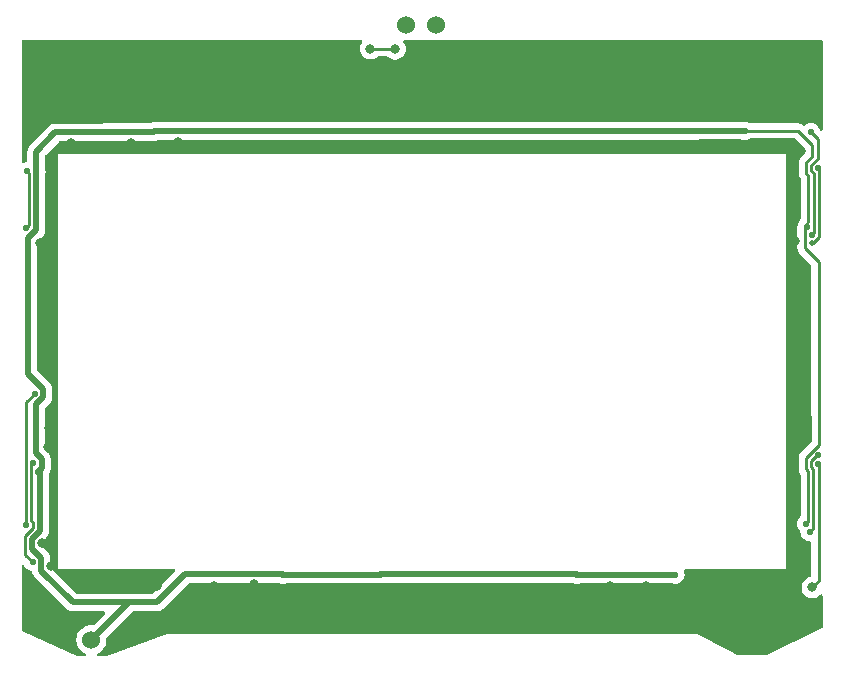
<source format=gbr>
%TF.GenerationSoftware,KiCad,Pcbnew,7.0.10*%
%TF.CreationDate,2024-04-14T19:33:57+02:00*%
%TF.ProjectId,LED_Ring,4c45445f-5269-46e6-972e-6b696361645f,rev?*%
%TF.SameCoordinates,Original*%
%TF.FileFunction,Copper,L2,Bot*%
%TF.FilePolarity,Positive*%
%FSLAX46Y46*%
G04 Gerber Fmt 4.6, Leading zero omitted, Abs format (unit mm)*
G04 Created by KiCad (PCBNEW 7.0.10) date 2024-04-14 19:33:57*
%MOMM*%
%LPD*%
G01*
G04 APERTURE LIST*
%TA.AperFunction,ComponentPad*%
%ADD10C,1.524000*%
%TD*%
%TA.AperFunction,ViaPad*%
%ADD11C,0.800000*%
%TD*%
%TA.AperFunction,ViaPad*%
%ADD12C,0.550000*%
%TD*%
%TA.AperFunction,ViaPad*%
%ADD13C,0.500000*%
%TD*%
%TA.AperFunction,Conductor*%
%ADD14C,0.250000*%
%TD*%
%TA.AperFunction,Conductor*%
%ADD15C,0.500000*%
%TD*%
G04 APERTURE END LIST*
D10*
%TO.P,U1,1,I2C_Data*%
%TO.N,/I2C_Data*%
X44650000Y-10795000D03*
%TO.P,U1,2,I2C_CLK*%
%TO.N,/I2C_CLK*%
X47190000Y-10795000D03*
%TO.P,U1,3,5V*%
%TO.N,+5V*%
X17980000Y-62865000D03*
%TO.P,U1,4,GND*%
%TO.N,GND*%
X73860000Y-62865000D03*
%TD*%
D11*
%TO.N,/I2C_CLK*%
X43688000Y-12827000D03*
X41605847Y-12813847D03*
%TO.N,GND*%
X77851000Y-60325000D03*
X77470000Y-57277000D03*
X70231000Y-61595000D03*
X20853400Y-14630400D03*
X25349200Y-14782800D03*
X25349200Y-20675600D03*
X75565000Y-57658000D03*
X14579600Y-56642000D03*
X76200000Y-60325000D03*
X78079600Y-21488400D03*
X14401800Y-30886400D03*
X70993000Y-60325000D03*
X12700000Y-58674000D03*
X78409800Y-45999400D03*
X72771000Y-60325000D03*
X73660000Y-57658000D03*
X71755000Y-57658000D03*
X31750000Y-61214000D03*
X21310600Y-20751800D03*
X74930000Y-20904200D03*
X13639800Y-29235400D03*
X64897000Y-58293000D03*
X77520800Y-44348400D03*
X28321000Y-61214000D03*
X13831022Y-54615561D03*
X16230600Y-20751800D03*
X16764000Y-58039000D03*
X75742800Y-16129000D03*
X14478000Y-22225000D03*
X77546200Y-29057600D03*
X77724000Y-55626000D03*
X17246600Y-13208000D03*
X76403200Y-21005800D03*
X28321000Y-58267600D03*
X61849000Y-58293000D03*
X79121000Y-18415000D03*
X23495000Y-58293000D03*
X74422000Y-60325000D03*
X14732000Y-60706000D03*
X14300200Y-46507400D03*
X61849000Y-61341000D03*
X31750000Y-58166000D03*
X23495000Y-61214000D03*
X77749400Y-30734000D03*
X69977000Y-57658000D03*
X14224000Y-18313400D03*
X78105000Y-17399000D03*
X14351000Y-44932600D03*
X79121000Y-61341000D03*
X12725400Y-20447000D03*
X64770000Y-61341000D03*
D12*
%TO.N,+5V*%
X78502800Y-53009800D03*
X48336200Y-19761200D03*
X64973200Y-19761200D03*
X60807600Y-19761200D03*
X13496000Y-48603532D03*
X78528200Y-27940000D03*
X50800000Y-57302400D03*
X69113400Y-19761200D03*
X27508200Y-19761200D03*
X73279000Y-19761200D03*
X31699200Y-19761200D03*
X23342600Y-19786600D03*
X67411600Y-57327800D03*
X39979600Y-19761200D03*
X25857200Y-57327800D03*
X35839400Y-19761200D03*
X56642000Y-19786600D03*
X42494200Y-57302400D03*
X13311775Y-23217992D03*
X34188400Y-57327800D03*
X52476400Y-19761200D03*
X59105800Y-57327800D03*
X44170600Y-19786600D03*
X19202400Y-19862800D03*
%TO.N,Net-(D14-CO)*%
X78892035Y-19898165D03*
X78978200Y-28539234D03*
D13*
%TO.N,Net-(D15-DO)*%
X79003200Y-29263667D03*
D12*
X79527400Y-22910800D03*
%TO.N,Net-(D15-CO)*%
X79527400Y-47218600D03*
X78775736Y-53708377D03*
D11*
%TO.N,Net-(D16-DO)*%
X79007542Y-58420000D03*
D12*
X79527400Y-47968603D03*
%TO.N,Net-(D22-CO)*%
X13046000Y-47853600D03*
X12996073Y-56233939D03*
%TO.N,Net-(D23-DO)*%
X12420600Y-53162200D03*
X13173000Y-42011600D03*
%TO.N,Net-(D23-CO)*%
X12522237Y-23159001D03*
X12471400Y-27990800D03*
%TD*%
D14*
%TO.N,/I2C_CLK*%
X41605847Y-12813847D02*
X43674847Y-12813847D01*
X43674847Y-12813847D02*
X43688000Y-12827000D01*
D15*
%TO.N,+5V*%
X48361600Y-19786600D02*
X48336200Y-19761200D01*
D14*
X78528200Y-27593000D02*
X78528200Y-27940000D01*
D15*
X12970200Y-54274301D02*
X12970200Y-55182761D01*
D14*
X78652800Y-48578928D02*
X78652800Y-52859800D01*
D15*
X56642000Y-19786600D02*
X56667400Y-19761200D01*
X13623000Y-48730532D02*
X13623000Y-53621501D01*
X12649200Y-40335200D02*
X12649200Y-28838305D01*
D14*
X79578200Y-43713400D02*
X79578200Y-46319271D01*
D15*
X13311775Y-23217992D02*
X13311775Y-21511625D01*
D14*
X79552800Y-30861000D02*
X79552800Y-43688000D01*
D15*
X13721073Y-57002673D02*
X16408400Y-59690000D01*
D14*
X78378200Y-28090000D02*
X78378200Y-29686400D01*
D15*
X56616600Y-19761200D02*
X56642000Y-19786600D01*
X59080400Y-57302400D02*
X50800000Y-57302400D01*
D14*
X73279000Y-19761200D02*
X77825600Y-19761200D01*
D15*
X34188400Y-57327800D02*
X42468800Y-57327800D01*
X13284200Y-47066495D02*
X13284200Y-42925705D01*
X13496000Y-48603532D02*
X13771000Y-48328532D01*
X23495000Y-59690000D02*
X25869000Y-57316000D01*
D14*
X78378200Y-29686400D02*
X79552800Y-30861000D01*
D15*
X69113400Y-19761200D02*
X69138800Y-19735800D01*
X13898000Y-41584000D02*
X12649200Y-40335200D01*
X13284200Y-42925705D02*
X13898000Y-42311905D01*
X13311775Y-28175730D02*
X13311775Y-23217992D01*
X44170600Y-19786600D02*
X48361600Y-19786600D01*
X13771000Y-47553295D02*
X13284200Y-47066495D01*
X52476400Y-19761200D02*
X56616600Y-19761200D01*
X21155000Y-59690000D02*
X17980000Y-62865000D01*
D14*
X78678200Y-27443000D02*
X78528200Y-27593000D01*
D15*
X44145200Y-19761200D02*
X44170600Y-19786600D01*
X25857200Y-57327800D02*
X23495000Y-59690000D01*
D14*
X78477400Y-48403528D02*
X78652800Y-48578928D01*
X78652800Y-52859800D02*
X78502800Y-53009800D01*
D15*
X67411600Y-57327800D02*
X59105800Y-57327800D01*
D14*
X77825600Y-19761200D02*
X79026600Y-20962200D01*
D15*
X39979600Y-19761200D02*
X44145200Y-19761200D01*
X56667400Y-19761200D02*
X60807600Y-19761200D01*
X19202400Y-19862800D02*
X23266400Y-19862800D01*
X23342600Y-19786600D02*
X23368000Y-19761200D01*
X73253600Y-19735800D02*
X73279000Y-19761200D01*
D14*
X78678200Y-23546525D02*
X78678200Y-27443000D01*
D15*
X13771000Y-48328532D02*
X13771000Y-47553295D01*
D14*
X79578200Y-46319271D02*
X78477400Y-47420071D01*
D15*
X13898000Y-42311905D02*
X13898000Y-41584000D01*
D14*
X78477400Y-47420071D02*
X78477400Y-48403528D01*
X79026600Y-20962200D02*
X79026600Y-21926675D01*
D15*
X42494200Y-57302400D02*
X50800000Y-57302400D01*
D14*
X78528200Y-27940000D02*
X78378200Y-28090000D01*
D15*
X60807600Y-19761200D02*
X65024000Y-19761200D01*
D14*
X78477400Y-23345725D02*
X78678200Y-23546525D01*
D15*
X13496000Y-48603532D02*
X13623000Y-48730532D01*
X59105800Y-57327800D02*
X59080400Y-57302400D01*
X19177000Y-19888200D02*
X19202400Y-19862800D01*
D14*
X78477400Y-22475875D02*
X78477400Y-23345725D01*
D15*
X12970200Y-55182761D02*
X13721073Y-55933634D01*
X23266400Y-19862800D02*
X23342600Y-19786600D01*
X14935200Y-19888200D02*
X19177000Y-19888200D01*
X64973200Y-19761200D02*
X69113400Y-19761200D01*
X25869000Y-57316000D02*
X34176600Y-57316000D01*
X23495000Y-59690000D02*
X21155000Y-59690000D01*
X13721073Y-55933634D02*
X13721073Y-57002673D01*
X42468800Y-57327800D02*
X42494200Y-57302400D01*
X34176600Y-57316000D02*
X34188400Y-57327800D01*
X27508200Y-19761200D02*
X31699200Y-19761200D01*
X23368000Y-19761200D02*
X27508200Y-19761200D01*
X16408400Y-59690000D02*
X21155000Y-59690000D01*
X12649200Y-28838305D02*
X13311775Y-28175730D01*
X48336200Y-19761200D02*
X52476400Y-19761200D01*
D14*
X79026600Y-21926675D02*
X78477400Y-22475875D01*
D15*
X69138800Y-19735800D02*
X73253600Y-19735800D01*
X13311775Y-21511625D02*
X14935200Y-19888200D01*
X35839400Y-19761200D02*
X31699200Y-19761200D01*
X13623000Y-53621501D02*
X12970200Y-54274301D01*
D14*
X79552800Y-43688000D02*
X79578200Y-43713400D01*
D15*
X35839400Y-19761200D02*
X39979600Y-19761200D01*
D14*
%TO.N,Net-(D14-CO)*%
X78927400Y-23159329D02*
X78927400Y-22662271D01*
X79128200Y-28389234D02*
X79128200Y-23360129D01*
X79476600Y-20482730D02*
X78892035Y-19898165D01*
X78927400Y-22662271D02*
X79476600Y-22113071D01*
X78978200Y-28539234D02*
X79128200Y-28389234D01*
X79128200Y-23360129D02*
X78927400Y-23159329D01*
X79476600Y-22113071D02*
X79476600Y-20482730D01*
%TO.N,Net-(D15-DO)*%
X79578200Y-28787763D02*
X79578200Y-22961600D01*
X79578200Y-22961600D02*
X79527400Y-22910800D01*
X79102296Y-29263667D02*
X79578200Y-28787763D01*
X79003200Y-29263667D02*
X79102296Y-29263667D01*
%TO.N,Net-(D15-CO)*%
X78927400Y-48217132D02*
X78927400Y-47720074D01*
X79102800Y-48392532D02*
X78927400Y-48217132D01*
X79428874Y-47218600D02*
X79527400Y-47218600D01*
X78927400Y-47720074D02*
X79428874Y-47218600D01*
X79102800Y-53381313D02*
X79102800Y-48392532D01*
X78775736Y-53708377D02*
X79102800Y-53381313D01*
%TO.N,Net-(D16-DO)*%
X79552800Y-47994003D02*
X79552800Y-57874742D01*
X79527400Y-47968603D02*
X79552800Y-47994003D01*
X79552800Y-57874742D02*
X79007542Y-58420000D01*
%TO.N,Net-(D22-CO)*%
X13046000Y-47853600D02*
X12896000Y-48003600D01*
X12395200Y-54036129D02*
X12395200Y-55633066D01*
X12896000Y-52789071D02*
X13020600Y-52913671D01*
X13020600Y-52913671D02*
X13020600Y-53410729D01*
X13020600Y-53410729D02*
X12395200Y-54036129D01*
X12896000Y-48003600D02*
X12896000Y-52789071D01*
X12395200Y-55633066D02*
X12996073Y-56233939D01*
%TO.N,Net-(D23-DO)*%
X12446000Y-53136800D02*
X12420600Y-53162200D01*
X12446000Y-42738600D02*
X12446000Y-53136800D01*
X13173000Y-42011600D02*
X12446000Y-42738600D01*
%TO.N,Net-(D23-CO)*%
X12471400Y-27990800D02*
X12700000Y-27762200D01*
X12700000Y-23336764D02*
X12522237Y-23159001D01*
X12700000Y-27762200D02*
X12700000Y-23336764D01*
%TD*%
%TA.AperFunction,Conductor*%
%TO.N,GND*%
G36*
X12270203Y-56546463D02*
G01*
X12293994Y-56574205D01*
X12385923Y-56720512D01*
X12385926Y-56720515D01*
X12509497Y-56844086D01*
X12657467Y-56937061D01*
X12822416Y-56994780D01*
X12867650Y-56999876D01*
X12932062Y-57026941D01*
X12971619Y-57084534D01*
X12977295Y-57112287D01*
X12981073Y-57155465D01*
X12982534Y-57162540D01*
X12982476Y-57162551D01*
X12984107Y-57169910D01*
X12984165Y-57169897D01*
X12985830Y-57176922D01*
X13011473Y-57247378D01*
X13012655Y-57250780D01*
X13036255Y-57321999D01*
X13039309Y-57328547D01*
X13039255Y-57328571D01*
X13042543Y-57335361D01*
X13042594Y-57335336D01*
X13045834Y-57341787D01*
X13087052Y-57404457D01*
X13088962Y-57407455D01*
X13094249Y-57416025D01*
X13128362Y-57471331D01*
X13132839Y-57476992D01*
X13132792Y-57477029D01*
X13137555Y-57482875D01*
X13137601Y-57482837D01*
X13142246Y-57488372D01*
X13196781Y-57539823D01*
X13199369Y-57542337D01*
X15832667Y-60175634D01*
X15844448Y-60189266D01*
X15858790Y-60208530D01*
X15896743Y-60240376D01*
X15904719Y-60247686D01*
X15908619Y-60251587D01*
X15932944Y-60270821D01*
X15935740Y-60273099D01*
X15963462Y-60296360D01*
X15993186Y-60321302D01*
X15993194Y-60321306D01*
X15999224Y-60325273D01*
X15999190Y-60325323D01*
X16005537Y-60329366D01*
X16005569Y-60329316D01*
X16011721Y-60333110D01*
X16079694Y-60364806D01*
X16082910Y-60366362D01*
X16149967Y-60400040D01*
X16149976Y-60400042D01*
X16156755Y-60402510D01*
X16156734Y-60402567D01*
X16163851Y-60405040D01*
X16163870Y-60404984D01*
X16170724Y-60407255D01*
X16170725Y-60407255D01*
X16170727Y-60407256D01*
X16244248Y-60422436D01*
X16247609Y-60423181D01*
X16320679Y-60440500D01*
X16320685Y-60440500D01*
X16327852Y-60441338D01*
X16327845Y-60441397D01*
X16335346Y-60442163D01*
X16335352Y-60442104D01*
X16342541Y-60442733D01*
X16342543Y-60442732D01*
X16342544Y-60442733D01*
X16417511Y-60440552D01*
X16421117Y-60440500D01*
X19043770Y-60440500D01*
X19110809Y-60460185D01*
X19156564Y-60512989D01*
X19166508Y-60582147D01*
X19137483Y-60645703D01*
X19131451Y-60652181D01*
X18210272Y-61573358D01*
X18148949Y-61606843D01*
X18111785Y-61609205D01*
X17980003Y-61597677D01*
X17979998Y-61597677D01*
X17759937Y-61616929D01*
X17759929Y-61616930D01*
X17546554Y-61674104D01*
X17546548Y-61674107D01*
X17346340Y-61767465D01*
X17346338Y-61767466D01*
X17165377Y-61894175D01*
X17009175Y-62050377D01*
X16882466Y-62231338D01*
X16882465Y-62231340D01*
X16789107Y-62431548D01*
X16789104Y-62431554D01*
X16731930Y-62644929D01*
X16731929Y-62644937D01*
X16712677Y-62864997D01*
X16712677Y-62865002D01*
X16731929Y-63085062D01*
X16731930Y-63085070D01*
X16789104Y-63298445D01*
X16789105Y-63298447D01*
X16789106Y-63298450D01*
X16882466Y-63498662D01*
X16882468Y-63498666D01*
X17009170Y-63679615D01*
X17009175Y-63679621D01*
X17165378Y-63835824D01*
X17165384Y-63835829D01*
X17346333Y-63962531D01*
X17346335Y-63962532D01*
X17346338Y-63962534D01*
X17481623Y-64025618D01*
X17534062Y-64071790D01*
X17553214Y-64138984D01*
X17532998Y-64205865D01*
X17479833Y-64251199D01*
X17429218Y-64262000D01*
X16791124Y-64262000D01*
X16739354Y-64250676D01*
X12137230Y-62136186D01*
X12084531Y-62090310D01*
X12065000Y-62023510D01*
X12065000Y-56640176D01*
X12084685Y-56573137D01*
X12137489Y-56527382D01*
X12206647Y-56517438D01*
X12270203Y-56546463D01*
G37*
%TD.AperFunction*%
%TA.AperFunction,Conductor*%
G36*
X77582187Y-20406385D02*
G01*
X77602829Y-20423019D01*
X78364781Y-21184971D01*
X78398266Y-21246294D01*
X78401100Y-21272652D01*
X78401100Y-21616221D01*
X78381415Y-21683260D01*
X78364781Y-21703902D01*
X78093608Y-21975074D01*
X78081351Y-21984895D01*
X78081534Y-21985116D01*
X78075522Y-21990089D01*
X78029498Y-22039098D01*
X78026791Y-22041891D01*
X78007289Y-22061392D01*
X78007275Y-22061409D01*
X78004807Y-22064590D01*
X77997243Y-22073445D01*
X77967337Y-22105293D01*
X77967336Y-22105295D01*
X77957684Y-22122851D01*
X77947010Y-22139101D01*
X77934729Y-22154936D01*
X77934724Y-22154943D01*
X77917375Y-22195033D01*
X77912238Y-22205519D01*
X77891203Y-22243781D01*
X77886222Y-22263182D01*
X77879921Y-22281585D01*
X77871962Y-22299977D01*
X77871961Y-22299980D01*
X77865128Y-22343118D01*
X77862760Y-22354549D01*
X77851901Y-22396846D01*
X77851900Y-22396857D01*
X77851900Y-22416891D01*
X77850373Y-22436290D01*
X77847240Y-22456069D01*
X77847240Y-22456070D01*
X77851350Y-22499549D01*
X77851900Y-22511218D01*
X77851900Y-23262980D01*
X77850175Y-23278597D01*
X77850461Y-23278624D01*
X77849726Y-23286390D01*
X77851839Y-23353597D01*
X77851900Y-23357492D01*
X77851900Y-23385082D01*
X77852403Y-23389060D01*
X77853318Y-23400692D01*
X77854690Y-23444349D01*
X77854691Y-23444352D01*
X77860280Y-23463592D01*
X77864224Y-23482636D01*
X77866116Y-23497607D01*
X77866736Y-23502517D01*
X77882814Y-23543128D01*
X77886597Y-23554177D01*
X77898781Y-23596113D01*
X77908980Y-23613359D01*
X77917538Y-23630828D01*
X77924914Y-23649457D01*
X77950581Y-23684785D01*
X77956993Y-23694546D01*
X77979228Y-23732142D01*
X77979233Y-23732149D01*
X77993390Y-23746305D01*
X78006027Y-23761100D01*
X78017806Y-23777312D01*
X78017810Y-23777315D01*
X78019092Y-23778681D01*
X78019759Y-23779999D01*
X78022391Y-23783622D01*
X78021806Y-23784046D01*
X78050634Y-23841026D01*
X78052700Y-23863565D01*
X78052700Y-27136518D01*
X78033015Y-27203557D01*
X78019095Y-27221398D01*
X78018141Y-27222413D01*
X78018136Y-27222420D01*
X78008484Y-27239976D01*
X77997810Y-27256226D01*
X77985529Y-27272061D01*
X77985524Y-27272068D01*
X77968175Y-27312158D01*
X77963038Y-27322644D01*
X77942003Y-27360906D01*
X77937022Y-27380307D01*
X77930720Y-27398712D01*
X77922763Y-27417098D01*
X77922761Y-27417106D01*
X77920628Y-27430573D01*
X77903150Y-27477140D01*
X77825078Y-27601392D01*
X77767359Y-27766341D01*
X77767357Y-27766351D01*
X77747793Y-27939996D01*
X77747793Y-27939999D01*
X77752674Y-27983334D01*
X77752542Y-28003183D01*
X77752700Y-28003183D01*
X77752700Y-28031016D01*
X77751173Y-28050415D01*
X77748040Y-28070194D01*
X77748040Y-28070195D01*
X77752150Y-28113674D01*
X77752700Y-28125343D01*
X77752700Y-29603655D01*
X77750975Y-29619272D01*
X77751261Y-29619299D01*
X77750526Y-29627065D01*
X77752639Y-29694272D01*
X77752700Y-29698167D01*
X77752700Y-29725757D01*
X77753203Y-29729735D01*
X77754118Y-29741367D01*
X77755490Y-29785024D01*
X77755491Y-29785027D01*
X77761080Y-29804267D01*
X77765024Y-29823311D01*
X77767536Y-29843192D01*
X77783614Y-29883803D01*
X77787397Y-29894852D01*
X77799581Y-29936788D01*
X77809780Y-29954034D01*
X77818338Y-29971503D01*
X77825714Y-29990132D01*
X77851381Y-30025460D01*
X77857793Y-30035221D01*
X77880028Y-30072817D01*
X77880033Y-30072824D01*
X77894190Y-30086980D01*
X77906828Y-30101776D01*
X77918605Y-30117986D01*
X77918606Y-30117987D01*
X77952257Y-30145825D01*
X77960898Y-30153688D01*
X78890981Y-31083771D01*
X78924466Y-31145094D01*
X78927300Y-31171452D01*
X78927300Y-43605255D01*
X78925575Y-43620872D01*
X78925861Y-43620899D01*
X78925126Y-43628665D01*
X78927239Y-43695872D01*
X78927300Y-43699767D01*
X78927300Y-43727357D01*
X78927803Y-43731335D01*
X78928718Y-43742967D01*
X78930090Y-43786626D01*
X78935679Y-43805862D01*
X78939624Y-43824914D01*
X78942134Y-43844787D01*
X78942136Y-43844792D01*
X78943992Y-43849481D01*
X78952700Y-43895127D01*
X78952700Y-46008817D01*
X78933015Y-46075856D01*
X78916381Y-46096498D01*
X78093608Y-46919270D01*
X78081351Y-46929091D01*
X78081534Y-46929312D01*
X78075522Y-46934285D01*
X78029498Y-46983294D01*
X78026791Y-46986087D01*
X78007289Y-47005588D01*
X78007275Y-47005605D01*
X78004807Y-47008786D01*
X77997243Y-47017641D01*
X77967337Y-47049489D01*
X77967336Y-47049491D01*
X77957684Y-47067047D01*
X77947010Y-47083297D01*
X77934729Y-47099132D01*
X77934724Y-47099139D01*
X77917375Y-47139229D01*
X77912238Y-47149715D01*
X77891203Y-47187977D01*
X77886222Y-47207378D01*
X77879921Y-47225781D01*
X77871962Y-47244173D01*
X77871961Y-47244176D01*
X77865128Y-47287314D01*
X77862760Y-47298745D01*
X77851901Y-47341042D01*
X77851900Y-47341053D01*
X77851900Y-47361087D01*
X77850373Y-47380486D01*
X77847240Y-47400265D01*
X77847240Y-47400266D01*
X77851350Y-47443745D01*
X77851900Y-47455414D01*
X77851900Y-48320783D01*
X77850175Y-48336400D01*
X77850461Y-48336427D01*
X77849726Y-48344193D01*
X77851839Y-48411400D01*
X77851900Y-48415295D01*
X77851900Y-48442885D01*
X77852403Y-48446863D01*
X77853318Y-48458495D01*
X77854690Y-48502152D01*
X77854691Y-48502155D01*
X77860280Y-48521395D01*
X77864224Y-48540439D01*
X77866736Y-48560320D01*
X77882814Y-48600931D01*
X77886597Y-48611980D01*
X77898781Y-48653916D01*
X77908980Y-48671162D01*
X77917538Y-48688631D01*
X77924914Y-48707260D01*
X77950581Y-48742588D01*
X77956993Y-48752349D01*
X77979228Y-48789945D01*
X77979230Y-48789948D01*
X77990980Y-48801698D01*
X78024465Y-48863018D01*
X78027300Y-48889380D01*
X78027300Y-52337214D01*
X78007615Y-52404253D01*
X77990982Y-52424895D01*
X77892652Y-52523225D01*
X77799677Y-52671195D01*
X77741959Y-52836141D01*
X77741957Y-52836151D01*
X77722393Y-53009796D01*
X77722393Y-53009803D01*
X77741957Y-53183448D01*
X77741959Y-53183458D01*
X77799677Y-53348404D01*
X77892653Y-53496376D01*
X77964174Y-53567897D01*
X77997659Y-53629220D01*
X77999713Y-53669460D01*
X77995329Y-53708372D01*
X77995329Y-53708380D01*
X78014893Y-53882025D01*
X78014895Y-53882035D01*
X78072613Y-54046981D01*
X78072614Y-54046983D01*
X78165589Y-54194953D01*
X78289160Y-54318524D01*
X78437130Y-54411499D01*
X78602079Y-54469218D01*
X78602084Y-54469218D01*
X78602086Y-54469219D01*
X78658714Y-54475599D01*
X78775736Y-54488784D01*
X78789415Y-54487242D01*
X78858233Y-54499294D01*
X78909615Y-54546641D01*
X78927300Y-54610462D01*
X78927300Y-57416025D01*
X78907615Y-57483064D01*
X78854811Y-57528819D01*
X78829081Y-57537315D01*
X78727739Y-57558855D01*
X78727734Y-57558857D01*
X78554812Y-57635848D01*
X78554807Y-57635851D01*
X78401671Y-57747111D01*
X78275008Y-57887785D01*
X78180363Y-58051715D01*
X78180360Y-58051722D01*
X78151226Y-58141389D01*
X78121868Y-58231744D01*
X78102082Y-58420000D01*
X78121868Y-58608256D01*
X78121869Y-58608259D01*
X78180360Y-58788277D01*
X78180363Y-58788284D01*
X78275009Y-58952216D01*
X78370886Y-59058698D01*
X78401671Y-59092888D01*
X78554807Y-59204148D01*
X78554812Y-59204151D01*
X78727734Y-59281142D01*
X78727739Y-59281144D01*
X78912896Y-59320500D01*
X78912897Y-59320500D01*
X79102186Y-59320500D01*
X79102188Y-59320500D01*
X79287345Y-59281144D01*
X79460272Y-59204151D01*
X79613413Y-59092888D01*
X79666850Y-59033539D01*
X79726337Y-58996891D01*
X79796194Y-58998222D01*
X79854242Y-59037108D01*
X79882052Y-59101205D01*
X79883000Y-59116512D01*
X79883000Y-61771429D01*
X79863315Y-61838468D01*
X79813246Y-61882934D01*
X75209684Y-64122505D01*
X75155438Y-64135000D01*
X72674237Y-64135000D01*
X72617158Y-64121082D01*
X72067027Y-63835829D01*
X69215000Y-62357000D01*
X69214999Y-62357000D01*
X24384000Y-62357000D01*
X19325053Y-64254105D01*
X19281514Y-64262000D01*
X18530782Y-64262000D01*
X18463743Y-64242315D01*
X18417988Y-64189511D01*
X18408044Y-64120353D01*
X18437069Y-64056797D01*
X18478377Y-64025618D01*
X18613662Y-63962534D01*
X18794620Y-63835826D01*
X18950826Y-63679620D01*
X19077534Y-63498662D01*
X19170894Y-63298450D01*
X19228070Y-63085068D01*
X19247323Y-62865000D01*
X19235793Y-62733213D01*
X19249559Y-62664715D01*
X19271637Y-62634729D01*
X21429549Y-60476819D01*
X21490872Y-60443334D01*
X21517230Y-60440500D01*
X23431295Y-60440500D01*
X23449265Y-60441809D01*
X23473023Y-60445289D01*
X23522369Y-60440971D01*
X23533176Y-60440500D01*
X23538704Y-60440500D01*
X23538709Y-60440500D01*
X23569556Y-60436893D01*
X23573030Y-60436539D01*
X23647797Y-60429999D01*
X23647805Y-60429996D01*
X23654866Y-60428539D01*
X23654878Y-60428598D01*
X23662243Y-60426965D01*
X23662229Y-60426906D01*
X23669249Y-60425241D01*
X23669255Y-60425241D01*
X23739779Y-60399572D01*
X23743117Y-60398412D01*
X23814334Y-60374814D01*
X23814342Y-60374808D01*
X23820882Y-60371760D01*
X23820908Y-60371816D01*
X23827690Y-60368532D01*
X23827663Y-60368478D01*
X23834113Y-60365238D01*
X23834117Y-60365237D01*
X23896837Y-60323984D01*
X23899732Y-60322140D01*
X23963656Y-60282712D01*
X23963662Y-60282705D01*
X23969325Y-60278229D01*
X23969362Y-60278277D01*
X23975204Y-60273518D01*
X23975164Y-60273471D01*
X23980686Y-60268835D01*
X23980696Y-60268830D01*
X24032186Y-60214252D01*
X24034630Y-60211736D01*
X25187670Y-59058698D01*
X26143549Y-58102819D01*
X26204872Y-58069334D01*
X26231230Y-58066500D01*
X33930401Y-58066500D01*
X33971356Y-58073459D01*
X34014743Y-58088641D01*
X34014749Y-58088641D01*
X34014751Y-58088642D01*
X34188396Y-58108207D01*
X34188400Y-58108207D01*
X34188404Y-58108207D01*
X34362053Y-58088642D01*
X34362055Y-58088641D01*
X34362057Y-58088641D01*
X34371722Y-58085259D01*
X34412677Y-58078300D01*
X42405093Y-58078300D01*
X42423065Y-58079609D01*
X42446823Y-58083089D01*
X42446825Y-58083088D01*
X42446826Y-58083089D01*
X42452595Y-58082583D01*
X42462535Y-58081714D01*
X42487233Y-58082021D01*
X42494200Y-58082807D01*
X42589104Y-58072114D01*
X42667853Y-58063242D01*
X42667855Y-58063241D01*
X42667857Y-58063241D01*
X42677522Y-58059859D01*
X42718477Y-58052900D01*
X50575723Y-58052900D01*
X50616678Y-58059859D01*
X50626346Y-58063242D01*
X50799996Y-58082807D01*
X50800000Y-58082807D01*
X50800004Y-58082807D01*
X50973653Y-58063242D01*
X50973655Y-58063241D01*
X50973657Y-58063241D01*
X50983322Y-58059859D01*
X51024277Y-58052900D01*
X58808935Y-58052900D01*
X58849890Y-58059859D01*
X58932143Y-58088641D01*
X58932149Y-58088641D01*
X58932151Y-58088642D01*
X59105796Y-58108207D01*
X59105800Y-58108207D01*
X59105804Y-58108207D01*
X59279453Y-58088642D01*
X59279455Y-58088641D01*
X59279457Y-58088641D01*
X59289122Y-58085259D01*
X59330077Y-58078300D01*
X67187323Y-58078300D01*
X67228278Y-58085259D01*
X67237946Y-58088642D01*
X67411596Y-58108207D01*
X67411600Y-58108207D01*
X67411604Y-58108207D01*
X67585248Y-58088642D01*
X67585247Y-58088642D01*
X67585257Y-58088641D01*
X67750206Y-58030922D01*
X67898176Y-57937947D01*
X68021747Y-57814376D01*
X68114722Y-57666406D01*
X68172441Y-57501457D01*
X68175193Y-57477029D01*
X68192007Y-57327803D01*
X68192007Y-57327796D01*
X68172442Y-57154151D01*
X68172440Y-57154140D01*
X68130560Y-57034455D01*
X68126998Y-56964676D01*
X68161726Y-56904049D01*
X68223720Y-56871821D01*
X68247601Y-56869500D01*
X76724655Y-56869500D01*
X76727423Y-56868600D01*
X76751753Y-56856203D01*
X76754109Y-56854490D01*
X76754112Y-56854490D01*
X76754113Y-56854487D01*
X76756471Y-56852775D01*
X76775775Y-56833471D01*
X76777487Y-56831113D01*
X76777490Y-56831112D01*
X76777490Y-56831109D01*
X76779203Y-56828753D01*
X76791600Y-56804423D01*
X76792500Y-56801655D01*
X76792500Y-21811347D01*
X76791601Y-21808581D01*
X76779200Y-21784242D01*
X76775783Y-21779539D01*
X76756463Y-21760219D01*
X76754112Y-21758511D01*
X76754112Y-21758510D01*
X76754110Y-21758509D01*
X76751761Y-21756802D01*
X76727416Y-21744397D01*
X76724656Y-21743500D01*
X76724654Y-21743500D01*
X76707917Y-21743500D01*
X15256654Y-21743500D01*
X15191346Y-21743500D01*
X15188591Y-21744395D01*
X15164236Y-21756803D01*
X15159543Y-21760213D01*
X15140213Y-21779543D01*
X15136803Y-21784236D01*
X15124395Y-21808591D01*
X15123500Y-21811346D01*
X15123500Y-56801655D01*
X15124397Y-56804416D01*
X15136802Y-56828761D01*
X15140219Y-56833463D01*
X15159539Y-56852783D01*
X15164242Y-56856200D01*
X15188581Y-56868601D01*
X15191345Y-56869499D01*
X15191346Y-56869500D01*
X15208083Y-56869500D01*
X24954769Y-56869500D01*
X25021808Y-56889185D01*
X25067563Y-56941989D01*
X25077507Y-57011147D01*
X25048482Y-57074703D01*
X25042450Y-57081181D01*
X23220451Y-58903181D01*
X23159128Y-58936666D01*
X23132770Y-58939500D01*
X21218705Y-58939500D01*
X21200735Y-58938191D01*
X21176972Y-58934710D01*
X21129843Y-58938834D01*
X21127630Y-58939028D01*
X21116824Y-58939500D01*
X16770630Y-58939500D01*
X16703591Y-58919815D01*
X16682949Y-58903181D01*
X14507892Y-56728124D01*
X14474407Y-56666801D01*
X14471573Y-56640443D01*
X14471573Y-55997339D01*
X14472882Y-55979369D01*
X14473202Y-55977181D01*
X14476362Y-55955611D01*
X14472045Y-55906264D01*
X14471573Y-55895456D01*
X14471573Y-55889930D01*
X14471573Y-55889925D01*
X14467974Y-55859143D01*
X14467609Y-55855563D01*
X14461072Y-55780835D01*
X14459612Y-55773763D01*
X14459670Y-55773750D01*
X14458038Y-55766391D01*
X14457979Y-55766406D01*
X14456314Y-55759385D01*
X14456314Y-55759379D01*
X14430642Y-55688846D01*
X14429494Y-55685543D01*
X14405887Y-55614300D01*
X14405883Y-55614293D01*
X14402833Y-55607752D01*
X14402888Y-55607725D01*
X14399606Y-55600947D01*
X14399553Y-55600974D01*
X14396308Y-55594514D01*
X14355098Y-55531857D01*
X14353159Y-55528815D01*
X14313783Y-55464976D01*
X14309307Y-55459316D01*
X14309354Y-55459278D01*
X14304592Y-55453433D01*
X14304547Y-55453472D01*
X14299904Y-55447939D01*
X14245346Y-55396466D01*
X14242759Y-55393953D01*
X13757019Y-54908212D01*
X13723534Y-54846889D01*
X13720700Y-54820531D01*
X13720700Y-54636529D01*
X13740385Y-54569490D01*
X13757015Y-54548852D01*
X14108641Y-54197225D01*
X14122260Y-54185455D01*
X14141530Y-54171111D01*
X14173372Y-54133162D01*
X14180671Y-54125195D01*
X14184591Y-54121277D01*
X14203853Y-54096914D01*
X14206076Y-54094187D01*
X14245686Y-54046983D01*
X14254302Y-54036715D01*
X14254304Y-54036710D01*
X14258274Y-54030676D01*
X14258325Y-54030709D01*
X14262369Y-54024361D01*
X14262317Y-54024329D01*
X14266106Y-54018183D01*
X14266111Y-54018178D01*
X14297832Y-53950148D01*
X14299358Y-53946997D01*
X14333040Y-53879934D01*
X14333041Y-53879929D01*
X14335508Y-53873151D01*
X14335566Y-53873172D01*
X14338043Y-53866045D01*
X14337986Y-53866027D01*
X14340256Y-53859177D01*
X14345684Y-53832888D01*
X14355439Y-53785640D01*
X14356187Y-53782263D01*
X14373500Y-53709222D01*
X14373500Y-53709218D01*
X14373501Y-53709214D01*
X14374339Y-53702049D01*
X14374398Y-53702055D01*
X14375164Y-53694555D01*
X14375105Y-53694550D01*
X14375734Y-53687360D01*
X14373552Y-53612370D01*
X14373500Y-53608763D01*
X14373500Y-48823202D01*
X14393185Y-48756163D01*
X14402088Y-48744070D01*
X14402297Y-48743750D01*
X14402302Y-48743746D01*
X14402304Y-48743740D01*
X14406271Y-48737711D01*
X14406322Y-48737744D01*
X14410372Y-48731388D01*
X14410320Y-48731356D01*
X14414108Y-48725212D01*
X14414111Y-48725209D01*
X14445821Y-48657205D01*
X14447362Y-48654020D01*
X14481040Y-48586965D01*
X14481043Y-48586949D01*
X14483509Y-48580178D01*
X14483567Y-48580199D01*
X14486043Y-48573078D01*
X14485986Y-48573059D01*
X14488255Y-48566210D01*
X14488255Y-48566208D01*
X14488257Y-48566205D01*
X14503435Y-48492689D01*
X14504200Y-48489240D01*
X14521500Y-48416253D01*
X14521500Y-48416251D01*
X14521501Y-48416247D01*
X14522339Y-48409080D01*
X14522398Y-48409086D01*
X14523164Y-48401586D01*
X14523105Y-48401581D01*
X14523734Y-48394391D01*
X14521552Y-48319401D01*
X14521500Y-48315794D01*
X14521500Y-47617000D01*
X14522809Y-47599030D01*
X14526289Y-47575269D01*
X14521972Y-47525930D01*
X14521500Y-47515121D01*
X14521500Y-47509591D01*
X14521500Y-47509586D01*
X14517894Y-47478738D01*
X14517534Y-47475211D01*
X14515290Y-47449563D01*
X14510998Y-47400498D01*
X14510997Y-47400496D01*
X14509538Y-47393430D01*
X14509598Y-47393417D01*
X14507966Y-47386059D01*
X14507908Y-47386073D01*
X14506242Y-47379045D01*
X14506241Y-47379043D01*
X14506241Y-47379040D01*
X14480567Y-47308501D01*
X14479420Y-47305203D01*
X14455814Y-47233961D01*
X14455811Y-47233957D01*
X14452762Y-47227416D01*
X14452815Y-47227390D01*
X14449531Y-47220606D01*
X14449479Y-47220633D01*
X14446236Y-47214177D01*
X14441764Y-47207378D01*
X14405025Y-47151517D01*
X14403088Y-47148476D01*
X14363714Y-47084642D01*
X14359234Y-47078976D01*
X14359280Y-47078938D01*
X14354519Y-47073094D01*
X14354474Y-47073133D01*
X14349831Y-47067600D01*
X14295290Y-47016143D01*
X14292703Y-47013630D01*
X14071019Y-46791946D01*
X14037534Y-46730623D01*
X14034700Y-46704265D01*
X14034700Y-43287933D01*
X14054385Y-43220894D01*
X14071015Y-43200256D01*
X14383641Y-42887629D01*
X14397260Y-42875859D01*
X14416530Y-42861515D01*
X14448372Y-42823566D01*
X14455671Y-42815599D01*
X14459590Y-42811682D01*
X14478811Y-42787372D01*
X14481094Y-42784569D01*
X14529301Y-42727120D01*
X14533272Y-42721084D01*
X14533323Y-42721117D01*
X14537369Y-42714765D01*
X14537317Y-42714733D01*
X14541105Y-42708588D01*
X14541111Y-42708582D01*
X14572829Y-42640560D01*
X14574369Y-42637381D01*
X14608040Y-42570338D01*
X14608043Y-42570322D01*
X14610510Y-42563549D01*
X14610568Y-42563570D01*
X14613043Y-42556451D01*
X14612985Y-42556432D01*
X14615255Y-42549582D01*
X14615256Y-42549578D01*
X14630431Y-42476076D01*
X14631186Y-42472672D01*
X14648500Y-42399626D01*
X14648500Y-42399624D01*
X14648501Y-42399620D01*
X14649339Y-42392453D01*
X14649397Y-42392459D01*
X14650164Y-42384961D01*
X14650104Y-42384956D01*
X14650733Y-42377765D01*
X14648552Y-42302794D01*
X14648500Y-42299188D01*
X14648500Y-41647705D01*
X14649809Y-41629735D01*
X14650129Y-41627547D01*
X14653289Y-41605977D01*
X14648972Y-41556630D01*
X14648500Y-41545822D01*
X14648500Y-41540296D01*
X14648500Y-41540291D01*
X14644901Y-41509509D01*
X14644536Y-41505929D01*
X14637999Y-41431201D01*
X14636539Y-41424129D01*
X14636597Y-41424116D01*
X14634965Y-41416757D01*
X14634906Y-41416772D01*
X14633241Y-41409751D01*
X14633241Y-41409745D01*
X14607569Y-41339212D01*
X14606421Y-41335909D01*
X14582814Y-41264666D01*
X14582810Y-41264659D01*
X14579760Y-41258118D01*
X14579815Y-41258091D01*
X14576533Y-41251313D01*
X14576480Y-41251340D01*
X14573235Y-41244880D01*
X14532025Y-41182223D01*
X14530086Y-41179181D01*
X14490710Y-41115342D01*
X14486234Y-41109682D01*
X14486281Y-41109644D01*
X14481519Y-41103799D01*
X14481474Y-41103838D01*
X14476831Y-41098305D01*
X14422273Y-41046832D01*
X14419686Y-41044319D01*
X13436019Y-40060651D01*
X13402534Y-39999328D01*
X13399700Y-39972970D01*
X13399700Y-29200533D01*
X13419385Y-29133494D01*
X13436015Y-29112856D01*
X13797416Y-28751454D01*
X13811035Y-28739684D01*
X13830305Y-28725340D01*
X13862147Y-28687391D01*
X13869446Y-28679424D01*
X13873366Y-28675506D01*
X13892628Y-28651143D01*
X13894851Y-28648416D01*
X13943075Y-28590946D01*
X13943077Y-28590944D01*
X13943079Y-28590939D01*
X13947049Y-28584905D01*
X13947100Y-28584938D01*
X13951144Y-28578590D01*
X13951092Y-28578558D01*
X13954881Y-28572412D01*
X13954886Y-28572407D01*
X13986607Y-28504377D01*
X13988133Y-28501226D01*
X14021815Y-28434163D01*
X14021816Y-28434158D01*
X14024283Y-28427380D01*
X14024341Y-28427401D01*
X14026818Y-28420274D01*
X14026761Y-28420256D01*
X14029031Y-28413406D01*
X14029032Y-28413402D01*
X14044214Y-28339869D01*
X14044962Y-28336492D01*
X14062275Y-28263451D01*
X14062275Y-28263447D01*
X14062276Y-28263443D01*
X14063114Y-28256278D01*
X14063173Y-28256284D01*
X14063939Y-28248784D01*
X14063880Y-28248779D01*
X14064509Y-28241589D01*
X14062327Y-28166599D01*
X14062275Y-28162992D01*
X14062275Y-23442269D01*
X14069234Y-23401314D01*
X14072617Y-23391645D01*
X14092182Y-23217995D01*
X14092182Y-23217988D01*
X14072617Y-23044340D01*
X14072614Y-23044327D01*
X14069234Y-23034667D01*
X14062275Y-22993712D01*
X14062275Y-21873854D01*
X14081960Y-21806815D01*
X14098594Y-21786173D01*
X15209748Y-20675019D01*
X15271071Y-20641534D01*
X15297429Y-20638700D01*
X19113293Y-20638700D01*
X19131265Y-20640009D01*
X19155023Y-20643489D01*
X19155025Y-20643488D01*
X19155026Y-20643489D01*
X19160795Y-20642983D01*
X19170735Y-20642114D01*
X19195433Y-20642421D01*
X19202400Y-20643207D01*
X19297304Y-20632514D01*
X19376053Y-20623642D01*
X19376055Y-20623641D01*
X19376057Y-20623641D01*
X19385722Y-20620259D01*
X19426677Y-20613300D01*
X23202695Y-20613300D01*
X23220665Y-20614609D01*
X23244423Y-20618089D01*
X23293769Y-20613771D01*
X23304576Y-20613300D01*
X23310104Y-20613300D01*
X23310109Y-20613300D01*
X23340956Y-20609693D01*
X23344430Y-20609339D01*
X23419197Y-20602799D01*
X23419205Y-20602796D01*
X23426266Y-20601339D01*
X23426278Y-20601398D01*
X23433643Y-20599765D01*
X23433629Y-20599706D01*
X23440649Y-20598041D01*
X23440655Y-20598041D01*
X23511179Y-20572372D01*
X23514517Y-20571212D01*
X23585734Y-20547614D01*
X23585742Y-20547608D01*
X23592282Y-20544560D01*
X23592308Y-20544616D01*
X23599087Y-20541334D01*
X23599060Y-20541280D01*
X23605514Y-20538038D01*
X23605513Y-20538038D01*
X23605517Y-20538037D01*
X23614544Y-20532099D01*
X23681370Y-20511707D01*
X23682683Y-20511700D01*
X27283923Y-20511700D01*
X27324878Y-20518659D01*
X27333971Y-20521841D01*
X27334546Y-20522042D01*
X27508196Y-20541607D01*
X27508200Y-20541607D01*
X27508204Y-20541607D01*
X27681853Y-20522042D01*
X27681855Y-20522041D01*
X27681857Y-20522041D01*
X27691522Y-20518659D01*
X27732477Y-20511700D01*
X31474923Y-20511700D01*
X31515878Y-20518659D01*
X31524971Y-20521841D01*
X31525546Y-20522042D01*
X31699196Y-20541607D01*
X31699200Y-20541607D01*
X31699204Y-20541607D01*
X31872853Y-20522042D01*
X31872855Y-20522041D01*
X31872857Y-20522041D01*
X31882522Y-20518659D01*
X31923477Y-20511700D01*
X35615123Y-20511700D01*
X35656078Y-20518659D01*
X35665171Y-20521841D01*
X35665746Y-20522042D01*
X35839396Y-20541607D01*
X35839400Y-20541607D01*
X35839404Y-20541607D01*
X36013053Y-20522042D01*
X36013055Y-20522041D01*
X36013057Y-20522041D01*
X36022722Y-20518659D01*
X36063677Y-20511700D01*
X39755323Y-20511700D01*
X39796278Y-20518659D01*
X39805371Y-20521841D01*
X39805946Y-20522042D01*
X39979596Y-20541607D01*
X39979600Y-20541607D01*
X39979604Y-20541607D01*
X40153253Y-20522042D01*
X40153255Y-20522041D01*
X40153257Y-20522041D01*
X40162922Y-20518659D01*
X40203877Y-20511700D01*
X43873735Y-20511700D01*
X43914690Y-20518659D01*
X43924352Y-20522040D01*
X43996943Y-20547441D01*
X43996949Y-20547441D01*
X43996951Y-20547442D01*
X44170596Y-20567007D01*
X44170600Y-20567007D01*
X44170604Y-20567007D01*
X44344253Y-20547442D01*
X44344255Y-20547441D01*
X44344257Y-20547441D01*
X44353922Y-20544059D01*
X44394877Y-20537100D01*
X48272256Y-20537100D01*
X48288542Y-20538764D01*
X48288548Y-20538705D01*
X48295741Y-20539334D01*
X48295743Y-20539333D01*
X48295744Y-20539334D01*
X48303081Y-20539120D01*
X48320583Y-20539846D01*
X48336200Y-20541607D01*
X48369280Y-20537879D01*
X48383162Y-20537100D01*
X48405307Y-20537100D01*
X48405309Y-20537100D01*
X48410798Y-20536458D01*
X48421578Y-20535671D01*
X48471112Y-20534231D01*
X48494311Y-20528014D01*
X48512006Y-20524629D01*
X48535847Y-20521842D01*
X48535847Y-20521841D01*
X48535855Y-20521841D01*
X48543172Y-20519177D01*
X48585581Y-20511700D01*
X52252123Y-20511700D01*
X52293078Y-20518659D01*
X52302171Y-20521841D01*
X52302746Y-20522042D01*
X52476396Y-20541607D01*
X52476400Y-20541607D01*
X52476404Y-20541607D01*
X52650053Y-20522042D01*
X52650055Y-20522041D01*
X52650057Y-20522041D01*
X52659722Y-20518659D01*
X52700677Y-20511700D01*
X56345135Y-20511700D01*
X56386090Y-20518659D01*
X56395752Y-20522040D01*
X56468343Y-20547441D01*
X56468349Y-20547441D01*
X56468351Y-20547442D01*
X56641996Y-20567007D01*
X56642000Y-20567007D01*
X56642004Y-20567007D01*
X56814113Y-20547615D01*
X56815657Y-20547441D01*
X56897910Y-20518659D01*
X56938865Y-20511700D01*
X60583323Y-20511700D01*
X60624278Y-20518659D01*
X60633371Y-20521841D01*
X60633946Y-20522042D01*
X60807596Y-20541607D01*
X60807600Y-20541607D01*
X60807604Y-20541607D01*
X60981253Y-20522042D01*
X60981255Y-20522041D01*
X60981257Y-20522041D01*
X60990922Y-20518659D01*
X61031877Y-20511700D01*
X64748923Y-20511700D01*
X64789878Y-20518659D01*
X64798971Y-20521841D01*
X64799546Y-20522042D01*
X64973196Y-20541607D01*
X64973200Y-20541607D01*
X64973204Y-20541607D01*
X65146853Y-20522042D01*
X65146855Y-20522041D01*
X65146857Y-20522041D01*
X65156522Y-20518659D01*
X65197477Y-20511700D01*
X68889123Y-20511700D01*
X68930078Y-20518659D01*
X68939171Y-20521841D01*
X68939746Y-20522042D01*
X69113396Y-20541607D01*
X69113400Y-20541607D01*
X69113404Y-20541607D01*
X69287048Y-20522042D01*
X69287047Y-20522042D01*
X69287057Y-20522041D01*
X69369310Y-20493259D01*
X69410265Y-20486300D01*
X72982135Y-20486300D01*
X73023090Y-20493259D01*
X73105343Y-20522041D01*
X73105349Y-20522041D01*
X73105351Y-20522042D01*
X73278996Y-20541607D01*
X73279000Y-20541607D01*
X73279004Y-20541607D01*
X73452648Y-20522042D01*
X73452647Y-20522042D01*
X73452657Y-20522041D01*
X73617606Y-20464322D01*
X73710894Y-20405705D01*
X73776865Y-20386700D01*
X77515148Y-20386700D01*
X77582187Y-20406385D01*
G37*
%TD.AperFunction*%
%TA.AperFunction,Conductor*%
G36*
X40856900Y-12084685D02*
G01*
X40902655Y-12137489D01*
X40912599Y-12206647D01*
X40883574Y-12270203D01*
X40882011Y-12271972D01*
X40873313Y-12281632D01*
X40778668Y-12445562D01*
X40778665Y-12445569D01*
X40720174Y-12625587D01*
X40720173Y-12625591D01*
X40700387Y-12813847D01*
X40720173Y-13002103D01*
X40720174Y-13002106D01*
X40778665Y-13182124D01*
X40778668Y-13182131D01*
X40873314Y-13346063D01*
X40975032Y-13459032D01*
X40999976Y-13486735D01*
X41153112Y-13597995D01*
X41153117Y-13597998D01*
X41326039Y-13674989D01*
X41326044Y-13674991D01*
X41511201Y-13714347D01*
X41511202Y-13714347D01*
X41700491Y-13714347D01*
X41700493Y-13714347D01*
X41885650Y-13674991D01*
X42058577Y-13597998D01*
X42211718Y-13486735D01*
X42214635Y-13483494D01*
X42217447Y-13480373D01*
X42276934Y-13443726D01*
X42309595Y-13439347D01*
X42972409Y-13439347D01*
X43039448Y-13459032D01*
X43064558Y-13480374D01*
X43082128Y-13499887D01*
X43082135Y-13499893D01*
X43235265Y-13611148D01*
X43235270Y-13611151D01*
X43408192Y-13688142D01*
X43408197Y-13688144D01*
X43593354Y-13727500D01*
X43593355Y-13727500D01*
X43782644Y-13727500D01*
X43782646Y-13727500D01*
X43967803Y-13688144D01*
X44140730Y-13611151D01*
X44293871Y-13499888D01*
X44420533Y-13359216D01*
X44515179Y-13195284D01*
X44573674Y-13015256D01*
X44593460Y-12827000D01*
X44573674Y-12638744D01*
X44515179Y-12458716D01*
X44420533Y-12294784D01*
X44399993Y-12271972D01*
X44369763Y-12208980D01*
X44378388Y-12139645D01*
X44423130Y-12085980D01*
X44489782Y-12065022D01*
X44492143Y-12065000D01*
X79759000Y-12065000D01*
X79826039Y-12084685D01*
X79871794Y-12137489D01*
X79883000Y-12189000D01*
X79883000Y-19652354D01*
X79863315Y-19719393D01*
X79810511Y-19765148D01*
X79741353Y-19775092D01*
X79677797Y-19746067D01*
X79641959Y-19693309D01*
X79595157Y-19559560D01*
X79595157Y-19559559D01*
X79502182Y-19411589D01*
X79378611Y-19288018D01*
X79230641Y-19195043D01*
X79230640Y-19195042D01*
X79230639Y-19195042D01*
X79065693Y-19137324D01*
X79065683Y-19137322D01*
X78892039Y-19117758D01*
X78892031Y-19117758D01*
X78718386Y-19137322D01*
X78718376Y-19137324D01*
X78553430Y-19195042D01*
X78405458Y-19288018D01*
X78400016Y-19292359D01*
X78398447Y-19290392D01*
X78347320Y-19318291D01*
X78277629Y-19313286D01*
X78243599Y-19292889D01*
X78243150Y-19293469D01*
X78240073Y-19291082D01*
X78240071Y-19291080D01*
X78236886Y-19288609D01*
X78228034Y-19281048D01*
X78196182Y-19251138D01*
X78196180Y-19251136D01*
X78196177Y-19251135D01*
X78178629Y-19241488D01*
X78162363Y-19230804D01*
X78146532Y-19218524D01*
X78106449Y-19201178D01*
X78095963Y-19196041D01*
X78057694Y-19175003D01*
X78057692Y-19175002D01*
X78038293Y-19170022D01*
X78019881Y-19163718D01*
X78001498Y-19155762D01*
X78001492Y-19155760D01*
X77958360Y-19148929D01*
X77946922Y-19146561D01*
X77904620Y-19135700D01*
X77904619Y-19135700D01*
X77884584Y-19135700D01*
X77865186Y-19134173D01*
X77857211Y-19132910D01*
X77845405Y-19131040D01*
X77845404Y-19131040D01*
X77801925Y-19135150D01*
X77790256Y-19135700D01*
X73776865Y-19135700D01*
X73710894Y-19116694D01*
X73617606Y-19058078D01*
X73617605Y-19058077D01*
X73617604Y-19058077D01*
X73452653Y-19000357D01*
X73368978Y-18990930D01*
X73354271Y-18988369D01*
X73341321Y-18985300D01*
X73341320Y-18985300D01*
X73341316Y-18985299D01*
X73334145Y-18984461D01*
X73334151Y-18984401D01*
X73326656Y-18983635D01*
X73326651Y-18983695D01*
X73319454Y-18983065D01*
X73312094Y-18983279D01*
X73294616Y-18982552D01*
X73279000Y-18980793D01*
X73278998Y-18980793D01*
X73245921Y-18984520D01*
X73232037Y-18985300D01*
X69202505Y-18985300D01*
X69184535Y-18983991D01*
X69160771Y-18980510D01*
X69145055Y-18981885D01*
X69120377Y-18981578D01*
X69113405Y-18980793D01*
X69113396Y-18980793D01*
X68939746Y-19000357D01*
X68930078Y-19003741D01*
X68889123Y-19010700D01*
X65197477Y-19010700D01*
X65156522Y-19003741D01*
X65146853Y-19000357D01*
X64973204Y-18980793D01*
X64973196Y-18980793D01*
X64799546Y-19000357D01*
X64789878Y-19003741D01*
X64748923Y-19010700D01*
X61031877Y-19010700D01*
X60990922Y-19003741D01*
X60981253Y-19000357D01*
X60807604Y-18980793D01*
X60807596Y-18980793D01*
X60633946Y-19000357D01*
X60624278Y-19003741D01*
X60583323Y-19010700D01*
X56731105Y-19010700D01*
X56713135Y-19009391D01*
X56689371Y-19005910D01*
X56673655Y-19007285D01*
X56648977Y-19006978D01*
X56642005Y-19006193D01*
X56641998Y-19006193D01*
X56608921Y-19009920D01*
X56595037Y-19010700D01*
X52700677Y-19010700D01*
X52659722Y-19003741D01*
X52650053Y-19000357D01*
X52476404Y-18980793D01*
X52476396Y-18980793D01*
X52302746Y-19000357D01*
X52293078Y-19003741D01*
X52252123Y-19010700D01*
X48560477Y-19010700D01*
X48519522Y-19003741D01*
X48509853Y-19000357D01*
X48336204Y-18980793D01*
X48336196Y-18980793D01*
X48162551Y-19000357D01*
X48162541Y-19000359D01*
X48080290Y-19029141D01*
X48039335Y-19036100D01*
X44394878Y-19036100D01*
X44353923Y-19029141D01*
X44344259Y-19025759D01*
X44344250Y-19025757D01*
X44260578Y-19016330D01*
X44245871Y-19013769D01*
X44232921Y-19010700D01*
X44232920Y-19010700D01*
X44232916Y-19010699D01*
X44225745Y-19009861D01*
X44225751Y-19009801D01*
X44218256Y-19009035D01*
X44218251Y-19009095D01*
X44211054Y-19008465D01*
X44203694Y-19008679D01*
X44186216Y-19007952D01*
X44170600Y-19006193D01*
X44170598Y-19006193D01*
X44137521Y-19009920D01*
X44123637Y-19010700D01*
X40203877Y-19010700D01*
X40162922Y-19003741D01*
X40153253Y-19000357D01*
X39979604Y-18980793D01*
X39979596Y-18980793D01*
X39805946Y-19000357D01*
X39796278Y-19003741D01*
X39755323Y-19010700D01*
X36063677Y-19010700D01*
X36022722Y-19003741D01*
X36013053Y-19000357D01*
X35839404Y-18980793D01*
X35839396Y-18980793D01*
X35665746Y-19000357D01*
X35656078Y-19003741D01*
X35615123Y-19010700D01*
X31923477Y-19010700D01*
X31882522Y-19003741D01*
X31872853Y-19000357D01*
X31699204Y-18980793D01*
X31699196Y-18980793D01*
X31525546Y-19000357D01*
X31515878Y-19003741D01*
X31474923Y-19010700D01*
X27732477Y-19010700D01*
X27691522Y-19003741D01*
X27681853Y-19000357D01*
X27508204Y-18980793D01*
X27508196Y-18980793D01*
X27334546Y-19000357D01*
X27324878Y-19003741D01*
X27283923Y-19010700D01*
X23431705Y-19010700D01*
X23413735Y-19009391D01*
X23389971Y-19005910D01*
X23374255Y-19007285D01*
X23349577Y-19006978D01*
X23342605Y-19006193D01*
X23342596Y-19006193D01*
X23168951Y-19025757D01*
X23168941Y-19025759D01*
X23003995Y-19083477D01*
X23003989Y-19083480D01*
X22988373Y-19093293D01*
X22922400Y-19112300D01*
X19426677Y-19112300D01*
X19385722Y-19105341D01*
X19376053Y-19101957D01*
X19202404Y-19082393D01*
X19202396Y-19082393D01*
X19028751Y-19101957D01*
X19028741Y-19101959D01*
X18946490Y-19130741D01*
X18905535Y-19137700D01*
X14998905Y-19137700D01*
X14980935Y-19136391D01*
X14957172Y-19132910D01*
X14910043Y-19137034D01*
X14907830Y-19137228D01*
X14897024Y-19137700D01*
X14891484Y-19137700D01*
X14860701Y-19141298D01*
X14857116Y-19141664D01*
X14782399Y-19148201D01*
X14775332Y-19149660D01*
X14775320Y-19149604D01*
X14767963Y-19151235D01*
X14767977Y-19151292D01*
X14760940Y-19152960D01*
X14690431Y-19178621D01*
X14687054Y-19179795D01*
X14648048Y-19192721D01*
X14615868Y-19203385D01*
X14609326Y-19206436D01*
X14609301Y-19206383D01*
X14602508Y-19209671D01*
X14602534Y-19209723D01*
X14596080Y-19212964D01*
X14533421Y-19254175D01*
X14530381Y-19256112D01*
X14466548Y-19295485D01*
X14460883Y-19299965D01*
X14460847Y-19299919D01*
X14454998Y-19304684D01*
X14455035Y-19304728D01*
X14449510Y-19309364D01*
X14449504Y-19309369D01*
X14449504Y-19309370D01*
X14405612Y-19355891D01*
X14398032Y-19363926D01*
X14395520Y-19366511D01*
X12826133Y-20935897D01*
X12812504Y-20947676D01*
X12793244Y-20962015D01*
X12761407Y-20999956D01*
X12754121Y-21007909D01*
X12750182Y-21011849D01*
X12730951Y-21036170D01*
X12728677Y-21038962D01*
X12680469Y-21096415D01*
X12676504Y-21102444D01*
X12676457Y-21102413D01*
X12672405Y-21108772D01*
X12672454Y-21108802D01*
X12668664Y-21114946D01*
X12636967Y-21182919D01*
X12635398Y-21186161D01*
X12601732Y-21253197D01*
X12599263Y-21259982D01*
X12599207Y-21259961D01*
X12596735Y-21267075D01*
X12596790Y-21267094D01*
X12594518Y-21273950D01*
X12579348Y-21347413D01*
X12578568Y-21350929D01*
X12561274Y-21423904D01*
X12560436Y-21431079D01*
X12560376Y-21431072D01*
X12559610Y-21438570D01*
X12559670Y-21438576D01*
X12559040Y-21445765D01*
X12561223Y-21520753D01*
X12561275Y-21524360D01*
X12561275Y-22263381D01*
X12541590Y-22330420D01*
X12488786Y-22376175D01*
X12451159Y-22386601D01*
X12348587Y-22398158D01*
X12348582Y-22398159D01*
X12229954Y-22439669D01*
X12160175Y-22443230D01*
X12099548Y-22408501D01*
X12067321Y-22346507D01*
X12065000Y-22322627D01*
X12065000Y-12189000D01*
X12084685Y-12121961D01*
X12137489Y-12076206D01*
X12189000Y-12065000D01*
X40789861Y-12065000D01*
X40856900Y-12084685D01*
G37*
%TD.AperFunction*%
%TD*%
M02*

</source>
